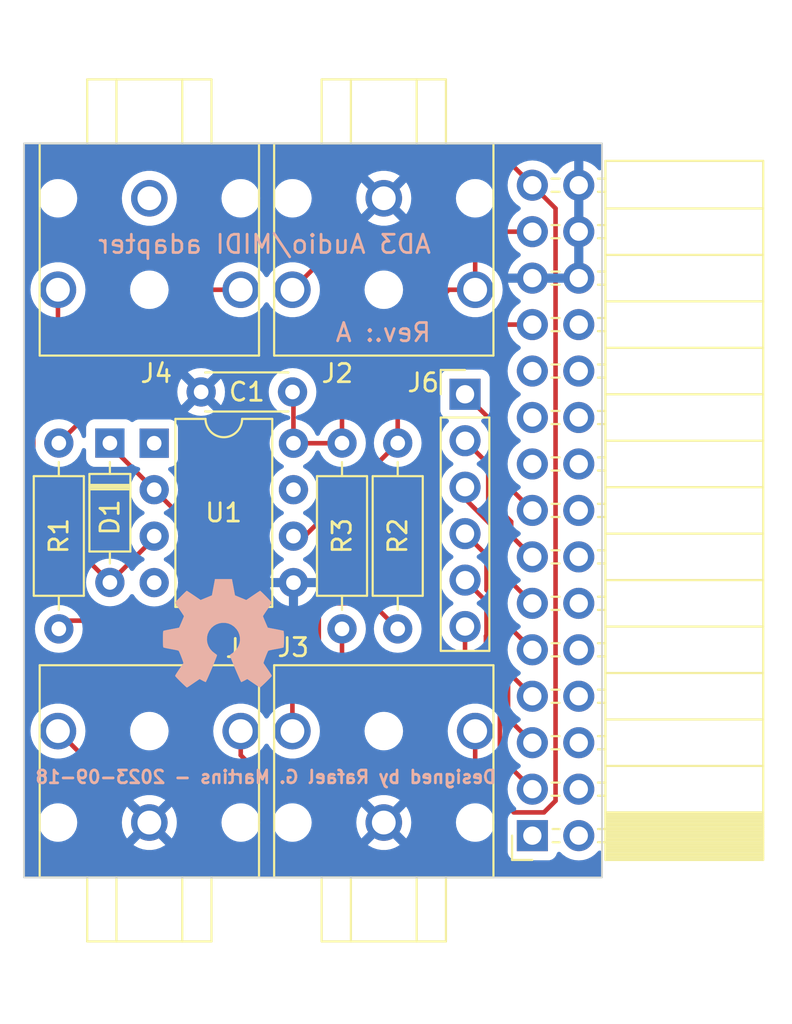
<source format=kicad_pcb>
(kicad_pcb (version 20221018) (generator pcbnew)
  (title_block (title "ad3-audio-midi-adapter") (date "2023-09-18") (rev "A"))
  (layers (0 "F.Cu" signal) (31 "B.Cu" signal) (34 "B.Paste" user) (35 "F.Paste" user) (36 "B.SilkS" user "B.Silkscreen") (37 "F.SilkS" user "F.Silkscreen") (38 "B.Mask" user) (39 "F.Mask" user) (44 "Edge.Cuts" user))
  (net 0 "")
  (net 3 "IN6")
  (net 5 "IN5")
  (net 7 "IN4")
  (net 15 "GND")
  (net 19 "AUDIO2")
  (net 20 "AUDIO1")
  (net 23 "VCC")
  (net 24 "Net-(D1-K)")
  (net 25 "Net-(D1-A)")
  (net 26 "Net-(J5-PadR)")
  (net 29 "IN3")
  (net 30 "MIDI")
  (net 31 "Net-(J4-PadR)")
  (net 33 "Net-(J5-PadT)")
  (net 34 "IN2")
  (net 35 "IN1")
  (footprint "Capacitor_THT:C_Disc_D4.3mm_W1.9mm_P5.00mm" (layer "F.Cu") (at 177.633 91.948 180)
    (fp_text reference "C1" (at 2.5 0) (layer "F.SilkS"))
    (fp_text value "100n")
    (fp_line (start 0.23 -1.07) (end 0.23 -1.055) (stroke (width 0.12)) (layer "F.SilkS"))
    (fp_line (start 0.23 -1.07) (end 4.77 -1.07) (stroke (width 0.12)) (layer "F.SilkS"))
    (fp_line (start 0.23 1.055) (end 0.23 1.07) (stroke (width 0.12)) (layer "F.SilkS"))
    (fp_line (start 0.23 1.07) (end 4.77 1.07) (stroke (width 0.12)) (layer "F.SilkS"))
    (fp_line (start 4.77 -1.07) (end 4.77 -1.055) (stroke (width 0.12)) (layer "F.SilkS"))
    (fp_line (start 4.77 1.055) (end 4.77 1.07) (stroke (width 0.12)) (layer "F.SilkS"))
    (pad "1" thru_hole circle (at 0 0 180) (size 1.6 1.6) (drill 0.8) (layers "*.Cu" "*.Mask") (net 23 "VCC"))
    (pad "2" thru_hole circle (at 5 0 180) (size 1.6 1.6) (drill 0.8) (layers "*.Cu" "*.Mask") (net 15 "GND"))
  )
  (footprint "STX-3120-3B:Jack_3.5mm_STX-3120-3B_Horizontal" (layer "F.Cu") (at 182.626 115.49)
    (fp_text reference "J3" (at -4.953 -9.572) (layer "F.SilkS"))
    (fp_text value "AudioJack3")
    (fp_line (start -6 -8.6) (end 6 -8.6) (stroke (width 0.12)) (layer "F.SilkS"))
    (fp_line (start -6 3) (end -6 -8.6) (stroke (width 0.12)) (layer "F.SilkS"))
    (fp_line (start -3.4 6.5) (end -3.4 3) (stroke (width 0.12)) (layer "F.SilkS"))
    (fp_line (start -1.8 3) (end -1.8 6.5) (stroke (width 0.12)) (layer "F.SilkS"))
    (fp_line (start 1.8 6.5) (end 1.8 3) (stroke (width 0.12)) (layer "F.SilkS"))
    (fp_line (start 3.4 3) (end 3.4 6.5) (stroke (width 0.12)) (layer "F.SilkS"))
    (fp_line (start 3.4 6.5) (end -3.4 6.5) (stroke (width 0.12)) (layer "F.SilkS"))
    (fp_line (start 6 -8.6) (end 6 3) (stroke (width 0.12)) (layer "F.SilkS"))
    (fp_line (start 6 3) (end -6 3) (stroke (width 0.12)) (layer "F.SilkS"))
    (pad "" np_thru_hole circle (at -5 0) (size 1.6 1.6) (drill 1.6) (layers "F&B.Cu" "*.Mask"))
    (pad "" np_thru_hole circle (at 0 -5) (size 1.6 1.6) (drill 1.6) (layers "F&B.Cu" "*.Mask"))
    (pad "" np_thru_hole circle (at 5 0) (size 1.6 1.6) (drill 1.6) (layers "F&B.Cu" "*.Mask"))
    (pad "R" thru_hole circle (at -5 -5) (size 2 2) (drill 1.3) (layers "*.Cu" "*.Mask") (net 19 "AUDIO2"))
    (pad "S" thru_hole circle (at 0 0) (size 2 2) (drill 1.3) (layers "*.Cu" "*.Mask") (net 15 "GND"))
    (pad "T" thru_hole circle (at 5 -5 180) (size 2 2) (drill 1.3) (layers "*.Cu" "*.Mask") (net 20 "AUDIO1"))
  )
  (footprint "STX-3120-3B:Jack_3.5mm_STX-3120-3B_Horizontal" (layer "F.Cu") (at 182.626 81.36 180)
    (fp_text reference "J2" (at 2.54 -9.572) (layer "F.SilkS"))
    (fp_text value "AudioJack3")
    (fp_line (start -6 -8.6) (end 6 -8.6) (stroke (width 0.12)) (layer "F.SilkS"))
    (fp_line (start -6 3) (end -6 -8.6) (stroke (width 0.12)) (layer "F.SilkS"))
    (fp_line (start -3.4 6.5) (end -3.4 3) (stroke (width 0.12)) (layer "F.SilkS"))
    (fp_line (start -1.8 3) (end -1.8 6.5) (stroke (width 0.12)) (layer "F.SilkS"))
    (fp_line (start 1.8 6.5) (end 1.8 3) (stroke (width 0.12)) (layer "F.SilkS"))
    (fp_line (start 3.4 3) (end 3.4 6.5) (stroke (width 0.12)) (layer "F.SilkS"))
    (fp_line (start 3.4 6.5) (end -3.4 6.5) (stroke (width 0.12)) (layer "F.SilkS"))
    (fp_line (start 6 -8.6) (end 6 3) (stroke (width 0.12)) (layer "F.SilkS"))
    (fp_line (start 6 3) (end -6 3) (stroke (width 0.12)) (layer "F.SilkS"))
    (pad "" np_thru_hole circle (at -5 0 180) (size 1.6 1.6) (drill 1.6) (layers "F&B.Cu" "*.Mask"))
    (pad "" np_thru_hole circle (at 0 -5 180) (size 1.6 1.6) (drill 1.6) (layers "F&B.Cu" "*.Mask"))
    (pad "" np_thru_hole circle (at 5 0 180) (size 1.6 1.6) (drill 1.6) (layers "F&B.Cu" "*.Mask"))
    (pad "R" thru_hole circle (at -5 -5 180) (size 2 2) (drill 1.3) (layers "*.Cu" "*.Mask") (net 19 "AUDIO2"))
    (pad "S" thru_hole circle (at 0 0 180) (size 2 2) (drill 1.3) (layers "*.Cu" "*.Mask") (net 15 "GND"))
    (pad "T" thru_hole circle (at 5 -5) (size 2 2) (drill 1.3) (layers "*.Cu" "*.Mask") (net 20 "AUDIO1"))
  )
  (footprint "Resistor_THT:R_Axial_DIN0207_L6.3mm_D2.5mm_P10.16mm_Horizontal" (layer "F.Cu") (at 180.34 94.742 -90)
    (fp_text reference "R3" (at 5.08 0 90) (layer "F.SilkS"))
    (fp_text value "33R")
    (fp_line (start 1.04 0) (end 1.81 0) (stroke (width 0.12)) (layer "F.SilkS"))
    (fp_line (start 1.81 -1.37) (end 1.81 1.37) (stroke (width 0.12)) (layer "F.SilkS"))
    (fp_line (start 1.81 1.37) (end 8.35 1.37) (stroke (width 0.12)) (layer "F.SilkS"))
    (fp_line (start 8.35 -1.37) (end 1.81 -1.37) (stroke (width 0.12)) (layer "F.SilkS"))
    (fp_line (start 8.35 1.37) (end 8.35 -1.37) (stroke (width 0.12)) (layer "F.SilkS"))
    (fp_line (start 9.12 0) (end 8.35 0) (stroke (width 0.12)) (layer "F.SilkS"))
    (pad "1" thru_hole circle (at 0 0 270) (size 1.6 1.6) (drill 0.8) (layers "*.Cu" "*.Mask") (net 23 "VCC"))
    (pad "2" thru_hole oval (at 10.16 0 270) (size 1.6 1.6) (drill 0.8) (layers "*.Cu" "*.Mask") (net 26 "Net-(J5-PadR)"))
  )
  (footprint "STX-3120-3B:Jack_3.5mm_STX-3120-3B_Horizontal" (layer "F.Cu") (at 169.799 115.49)
    (fp_text reference "J5" (at 5.033 -9.525) (layer "F.SilkS"))
    (fp_text value "AudioJack3")
    (fp_line (start -6 -8.6) (end 6 -8.6) (stroke (width 0.12)) (layer "F.SilkS"))
    (fp_line (start -6 3) (end -6 -8.6) (stroke (width 0.12)) (layer "F.SilkS"))
    (fp_line (start -3.4 6.5) (end -3.4 3) (stroke (width 0.12)) (layer "F.SilkS"))
    (fp_line (start -1.8 3) (end -1.8 6.5) (stroke (width 0.12)) (layer "F.SilkS"))
    (fp_line (start 1.8 6.5) (end 1.8 3) (stroke (width 0.12)) (layer "F.SilkS"))
    (fp_line (start 3.4 3) (end 3.4 6.5) (stroke (width 0.12)) (layer "F.SilkS"))
    (fp_line (start 3.4 6.5) (end -3.4 6.5) (stroke (width 0.12)) (layer "F.SilkS"))
    (fp_line (start 6 -8.6) (end 6 3) (stroke (width 0.12)) (layer "F.SilkS"))
    (fp_line (start 6 3) (end -6 3) (stroke (width 0.12)) (layer "F.SilkS"))
    (pad "" np_thru_hole circle (at -5 0) (size 1.6 1.6) (drill 1.6) (layers "F&B.Cu" "*.Mask"))
    (pad "" np_thru_hole circle (at 0 -5) (size 1.6 1.6) (drill 1.6) (layers "F&B.Cu" "*.Mask"))
    (pad "" np_thru_hole circle (at 5 0) (size 1.6 1.6) (drill 1.6) (layers "F&B.Cu" "*.Mask"))
    (pad "R" thru_hole circle (at -5 -5) (size 2 2) (drill 1.3) (layers "*.Cu" "*.Mask") (net 26 "Net-(J5-PadR)"))
    (pad "S" thru_hole circle (at 0 0) (size 2 2) (drill 1.3) (layers "*.Cu" "*.Mask") (net 15 "GND"))
    (pad "T" thru_hole circle (at 5 -5 180) (size 2 2) (drill 1.3) (layers "*.Cu" "*.Mask") (net 33 "Net-(J5-PadT)"))
  )
  (footprint "Package_DIP:DIP-8_W7.62mm" (layer "F.Cu") (at 170.063 94.752)
    (fp_text reference "U1" (at 3.8 3.8) (layer "F.SilkS"))
    (fp_text value "6N137")
    (fp_line (start 1.16 -1.33) (end 1.16 8.95) (stroke (width 0.12)) (layer "F.SilkS"))
    (fp_line (start 1.16 8.95) (end 6.46 8.95) (stroke (width 0.12)) (layer "F.SilkS"))
    (fp_line (start 2.81 -1.33) (end 1.16 -1.33) (stroke (width 0.12)) (layer "F.SilkS"))
    (fp_line (start 6.46 -1.33) (end 4.81 -1.33) (stroke (width 0.12)) (layer "F.SilkS"))
    (fp_line (start 6.46 8.95) (end 6.46 -1.33) (stroke (width 0.12)) (layer "F.SilkS"))
    (fp_arc (start 4.81 -1.33) (mid 3.81 -0.33) (end 2.81 -1.33) (stroke (width 0.12)) (layer "F.SilkS"))
    (pad "1" thru_hole rect (at 0 0) (size 1.6 1.6) (drill 0.8) (layers "*.Cu" "*.Mask"))
    (pad "2" thru_hole oval (at 0 2.54) (size 1.6 1.6) (drill 0.8) (layers "*.Cu" "*.Mask") (net 24 "Net-(D1-K)"))
    (pad "3" thru_hole oval (at 0 5.08) (size 1.6 1.6) (drill 0.8) (layers "*.Cu" "*.Mask") (net 25 "Net-(D1-A)"))
    (pad "4" thru_hole oval (at 0 7.62) (size 1.6 1.6) (drill 0.8) (layers "*.Cu" "*.Mask"))
    (pad "5" thru_hole oval (at 7.62 7.62) (size 1.6 1.6) (drill 0.8) (layers "*.Cu" "*.Mask") (net 15 "GND"))
    (pad "6" thru_hole oval (at 7.62 5.08) (size 1.6 1.6) (drill 0.8) (layers "*.Cu" "*.Mask") (net 30 "MIDI"))
    (pad "7" thru_hole oval (at 7.62 2.54) (size 1.6 1.6) (drill 0.8) (layers "*.Cu" "*.Mask"))
    (pad "8" thru_hole oval (at 7.62 0) (size 1.6 1.6) (drill 0.8) (layers "*.Cu" "*.Mask") (net 23 "VCC"))
  )
  (footprint "STX-3120-3B:Jack_3.5mm_STX-3120-3B_Horizontal" (layer "F.Cu") (at 169.799 81.36 180)
    (fp_text reference "J4" (at -0.381 -9.572) (layer "F.SilkS"))
    (fp_text value "AudioJack3")
    (fp_line (start -6 -8.6) (end 6 -8.6) (stroke (width 0.12)) (layer "F.SilkS"))
    (fp_line (start -6 3) (end -6 -8.6) (stroke (width 0.12)) (layer "F.SilkS"))
    (fp_line (start -3.4 6.5) (end -3.4 3) (stroke (width 0.12)) (layer "F.SilkS"))
    (fp_line (start -1.8 3) (end -1.8 6.5) (stroke (width 0.12)) (layer "F.SilkS"))
    (fp_line (start 1.8 6.5) (end 1.8 3) (stroke (width 0.12)) (layer "F.SilkS"))
    (fp_line (start 3.4 3) (end 3.4 6.5) (stroke (width 0.12)) (layer "F.SilkS"))
    (fp_line (start 3.4 6.5) (end -3.4 6.5) (stroke (width 0.12)) (layer "F.SilkS"))
    (fp_line (start 6 -8.6) (end 6 3) (stroke (width 0.12)) (layer "F.SilkS"))
    (fp_line (start 6 3) (end -6 3) (stroke (width 0.12)) (layer "F.SilkS"))
    (pad "" np_thru_hole circle (at -5 0 180) (size 1.6 1.6) (drill 1.6) (layers "F&B.Cu" "*.Mask"))
    (pad "" np_thru_hole circle (at 0 -5 180) (size 1.6 1.6) (drill 1.6) (layers "F&B.Cu" "*.Mask"))
    (pad "" np_thru_hole circle (at 5 0 180) (size 1.6 1.6) (drill 1.6) (layers "F&B.Cu" "*.Mask"))
    (pad "R" thru_hole circle (at -5 -5 180) (size 2 2) (drill 1.3) (layers "*.Cu" "*.Mask") (net 31 "Net-(J4-PadR)"))
    (pad "S" thru_hole circle (at 0 0 180) (size 2 2) (drill 1.3) (layers "*.Cu" "*.Mask"))
    (pad "T" thru_hole circle (at 5 -5) (size 2 2) (drill 1.3) (layers "*.Cu" "*.Mask") (net 25 "Net-(D1-A)"))
  )
  (footprint "Connector_PinSocket_2.54mm:PinSocket_2x15_P2.54mm_Horizontal" (layer "F.Cu") (at 190.754 116.205 180)
    (fp_text reference "J1" hide)
    (fp_text value "Conn_02x15_Odd_Even")
    (fp_line (start -12.63 -1.33) (end -12.63 36.89) (stroke (width 0.12)) (layer "F.SilkS"))
    (fp_line (start -12.63 -1.33) (end -4 -1.33) (stroke (width 0.12)) (layer "F.SilkS"))
    (fp_line (start -12.63 -1.21) (end -4 -1.21) (stroke (width 0.12)) (layer "F.SilkS"))
    (fp_line (start -12.63 -1.091905) (end -4 -1.091905) (stroke (width 0.12)) (layer "F.SilkS"))
    (fp_line (start -12.63 -0.97381) (end -4 -0.97381) (stroke (width 0.12)) (layer "F.SilkS"))
    (fp_line (start -12.63 -0.855715) (end -4 -0.855715) (stroke (width 0.12)) (layer "F.SilkS"))
    (fp_line (start -12.63 -0.73762) (end -4 -0.73762) (stroke (width 0.12)) (layer "F.SilkS"))
    (fp_line (start -12.63 -0.619525) (end -4 -0.619525) (stroke (width 0.12)) (layer "F.SilkS"))
    (fp_line (start -12.63 -0.50143) (end -4 -0.50143) (stroke (width 0.12)) (layer "F.SilkS"))
    (fp_line (start -12.63 -0.383335) (end -4 -0.383335) (stroke (width 0.12)) (layer "F.SilkS"))
    (fp_line (start -12.63 -0.26524) (end -4 -0.26524) (stroke (width 0.12)) (layer "F.SilkS"))
    (fp_line (start -12.63 -0.147145) (end -4 -0.147145) (stroke (width 0.12)) (layer "F.SilkS"))
    (fp_line (start -12.63 -0.02905) (end -4 -0.02905) (stroke (width 0.12)) (layer "F.SilkS"))
    (fp_line (start -12.63 0.089045) (end -4 0.089045) (stroke (width 0.12)) (layer "F.SilkS"))
    (fp_line (start -12.63 0.20714) (end -4 0.20714) (stroke (width 0.12)) (layer "F.SilkS"))
    (fp_line (start -12.63 0.325235) (end -4 0.325235) (stroke (width 0.12)) (layer "F.SilkS"))
    (fp_line (start -12.63 0.44333) (end -4 0.44333) (stroke (width 0.12)) (layer "F.SilkS"))
    (fp_line (start -12.63 0.561425) (end -4 0.561425) (stroke (width 0.12)) (layer "F.SilkS"))
    (fp_line (start -12.63 0.67952) (end -4 0.67952) (stroke (width 0.12)) (layer "F.SilkS"))
    (fp_line (start -12.63 0.797615) (end -4 0.797615) (stroke (width 0.12)) (layer "F.SilkS"))
    (fp_line (start -12.63 0.91571) (end -4 0.91571) (stroke (width 0.12)) (layer "F.SilkS"))
    (fp_line (start -12.63 1.033805) (end -4 1.033805) (stroke (width 0.12)) (layer "F.SilkS"))
    (fp_line (start -12.63 1.1519) (end -4 1.1519) (stroke (width 0.12)) (layer "F.SilkS"))
    (fp_line (start -12.63 1.27) (end -4 1.27) (stroke (width 0.12)) (layer "F.SilkS"))
    (fp_line (start -12.63 3.81) (end -4 3.81) (stroke (width 0.12)) (layer "F.SilkS"))
    (fp_line (start -12.63 6.35) (end -4 6.35) (stroke (width 0.12)) (layer "F.SilkS"))
    (fp_line (start -12.63 8.89) (end -4 8.89) (stroke (width 0.12)) (layer "F.SilkS"))
    (fp_line (start -12.63 11.43) (end -4 11.43) (stroke (width 0.12)) (layer "F.SilkS"))
    (fp_line (start -12.63 13.97) (end -4 13.97) (stroke (width 0.12)) (layer "F.SilkS"))
    (fp_line (start -12.63 16.51) (end -4 16.51) (stroke (width 0.12)) (layer "F.SilkS"))
    (fp_line (start -12.63 19.05) (end -4 19.05) (stroke (width 0.12)) (layer "F.SilkS"))
    (fp_line (start -12.63 21.59) (end -4 21.59) (stroke (width 0.12)) (layer "F.SilkS"))
    (fp_line (start -12.63 24.13) (end -4 24.13) (stroke (width 0.12)) (layer "F.SilkS"))
    (fp_line (start -12.63 26.67) (end -4 26.67) (stroke (width 0.12)) (layer "F.SilkS"))
    (fp_line (start -12.63 29.21) (end -4 29.21) (stroke (width 0.12)) (layer "F.SilkS"))
    (fp_line (start -12.63 31.75) (end -4 31.75) (stroke (width 0.12)) (layer "F.SilkS"))
    (fp_line (start -12.63 34.29) (end -4 34.29) (stroke (width 0.12)) (layer "F.SilkS"))
    (fp_line (start -12.63 36.89) (end -4 36.89) (stroke (width 0.12)) (layer "F.SilkS"))
    (fp_line (start -4 -1.33) (end -4 36.89) (stroke (width 0.12)) (layer "F.SilkS"))
    (fp_line (start -4 -0.36) (end -3.59 -0.36) (stroke (width 0.12)) (layer "F.SilkS"))
    (fp_line (start -4 0.36) (end -3.59 0.36) (stroke (width 0.12)) (layer "F.SilkS"))
    (fp_line (start -4 2.18) (end -3.59 2.18) (stroke (width 0.12)) (layer "F.SilkS"))
    (fp_line (start -4 2.9) (end -3.59 2.9) (stroke (width 0.12)) (layer "F.SilkS"))
    (fp_line (start -4 4.72) (end -3.59 4.72) (stroke (width 0.12)) (layer "F.SilkS"))
    (fp_line (start -4 5.44) (end -3.59 5.44) (stroke (width 0.12)) (layer "F.SilkS"))
    (fp_line (start -4 7.26) (end -3.59 7.26) (stroke (width 0.12)) (layer "F.SilkS"))
    (fp_line (start -4 7.98) (end -3.59 7.98) (stroke (width 0.12)) (layer "F.SilkS"))
    (fp_line (start -4 9.8) (end -3.59 9.8) (stroke (width 0.12)) (layer "F.SilkS"))
    (fp_line (start -4 10.52) (end -3.59 10.52) (stroke (width 0.12)) (layer "F.SilkS"))
    (fp_line (start -4 12.34) (end -3.59 12.34) (stroke (width 0.12)) (layer "F.SilkS"))
    (fp_line (start -4 13.06) (end -3.59 13.06) (stroke (width 0.12)) (layer "F.SilkS"))
    (fp_line (start -4 14.88) (end -3.59 14.88) (stroke (width 0.12)) (layer "F.SilkS"))
    (fp_line (start -4 15.6) (end -3.59 15.6) (stroke (width 0.12)) (layer "F.SilkS"))
    (fp_line (start -4 17.42) (end -3.59 17.42) (stroke (width 0.12)) (layer "F.SilkS"))
    (fp_line (start -4 18.14) (end -3.59 18.14) (stroke (width 0.12)) (layer "F.SilkS"))
    (fp_line (start -4 19.96) (end -3.59 19.96) (stroke (width 0.12)) (layer "F.SilkS"))
    (fp_line (start -4 20.68) (end -3.59 20.68) (stroke (width 0.12)) (layer "F.SilkS"))
    (fp_line (start -4 22.5) (end -3.59 22.5) (stroke (width 0.12)) (layer "F.SilkS"))
    (fp_line (start -4 23.22) (end -3.59 23.22) (stroke (width 0.12)) (layer "F.SilkS"))
    (fp_line (start -4 25.04) (end -3.59 25.04) (stroke (width 0.12)) (layer "F.SilkS"))
    (fp_line (start -4 25.76) (end -3.59 25.76) (stroke (width 0.12)) (layer "F.SilkS"))
    (fp_line (start -4 27.58) (end -3.59 27.58) (stroke (width 0.12)) (layer "F.SilkS"))
    (fp_line (start -4 28.3) (end -3.59 28.3) (stroke (width 0.12)) (layer "F.SilkS"))
    (fp_line (start -4 30.12) (end -3.59 30.12) (stroke (width 0.12)) (layer "F.SilkS"))
    (fp_line (start -4 30.84) (end -3.59 30.84) (stroke (width 0.12)) (layer "F.SilkS"))
    (fp_line (start -4 32.66) (end -3.59 32.66) (stroke (width 0.12)) (layer "F.SilkS"))
    (fp_line (start -4 33.38) (end -3.59 33.38) (stroke (width 0.12)) (layer "F.SilkS"))
    (fp_line (start -4 35.2) (end -3.59 35.2) (stroke (width 0.12)) (layer "F.SilkS"))
    (fp_line (start -4 35.92) (end -3.59 35.92) (stroke (width 0.12)) (layer "F.SilkS"))
    (fp_line (start -1.49 -0.36) (end -1.11 -0.36) (stroke (width 0.12)) (layer "F.SilkS"))
    (fp_line (start -1.49 0.36) (end -1.11 0.36) (stroke (width 0.12)) (layer "F.SilkS"))
    (fp_line (start -1.49 2.18) (end -1.05 2.18) (stroke (width 0.12)) (layer "F.SilkS"))
    (fp_line (start -1.49 2.9) (end -1.05 2.9) (stroke (width 0.12)) (layer "F.SilkS"))
    (fp_line (start -1.49 4.72) (end -1.05 4.72) (stroke (width 0.12)) (layer "F.SilkS"))
    (fp_line (start -1.49 5.44) (end -1.05 5.44) (stroke (width 0.12)) (layer "F.SilkS"))
    (fp_line (start -1.49 7.26) (end -1.05 7.26) (stroke (width 0.12)) (layer "F.SilkS"))
    (fp_line (start -1.49 7.98) (end -1.05 7.98) (stroke (width 0.12)) (layer "F.SilkS"))
    (fp_line (start -1.49 9.8) (end -1.05 9.8) (stroke (width 0.12)) (layer "F.SilkS"))
    (fp_line (start -1.49 10.52) (end -1.05 10.52) (stroke (width 0.12)) (layer "F.SilkS"))
    (fp_line (start -1.49 12.34) (end -1.05 12.34) (stroke (width 0.12)) (layer "F.SilkS"))
    (fp_line (start -1.49 13.06) (end -1.05 13.06) (stroke (width 0.12)) (layer "F.SilkS"))
    (fp_line (start -1.49 14.88) (end -1.05 14.88) (stroke (width 0.12)) (layer "F.SilkS"))
    (fp_line (start -1.49 15.6) (end -1.05 15.6) (stroke (width 0.12)) (layer "F.SilkS"))
    (fp_line (start -1.49 17.42) (end -1.05 17.42) (stroke (width 0.12)) (layer "F.SilkS"))
    (fp_line (start -1.49 18.14) (end -1.05 18.14) (stroke (width 0.12)) (layer "F.SilkS"))
    (fp_line (start -1.49 19.96) (end -1.05 19.96) (stroke (width 0.12)) (layer "F.SilkS"))
    (fp_line (start -1.49 20.68) (end -1.05 20.68) (stroke (width 0.12)) (layer "F.SilkS"))
    (fp_line (start -1.49 22.5) (end -1.05 22.5) (stroke (width 0.12)) (layer "F.SilkS"))
    (fp_line (start -1.49 23.22) (end -1.05 23.22) (stroke (width 0.12)) (layer "F.SilkS"))
    (fp_line (start -1.49 25.04) (end -1.05 25.04) (stroke (width 0.12)) (layer "F.SilkS"))
    (fp_line (start -1.49 25.76) (end -1.05 25.76) (stroke (width 0.12)) (layer "F.SilkS"))
    (fp_line (start -1.49 27.58) (end -1.05 27.58) (stroke (width 0.12)) (layer "F.SilkS"))
    (fp_line (start -1.49 28.3) (end -1.05 28.3) (stroke (width 0.12)) (layer "F.SilkS"))
    (fp_line (start -1.49 30.12) (end -1.05 30.12) (stroke (width 0.12)) (layer "F.SilkS"))
    (fp_line (start -1.49 30.84) (end -1.05 30.84) (stroke (width 0.12)) (layer "F.SilkS"))
    (fp_line (start -1.49 32.66) (end -1.05 32.66) (stroke (width 0.12)) (layer "F.SilkS"))
    (fp_line (start -1.49 33.38) (end -1.05 33.38) (stroke (width 0.12)) (layer "F.SilkS"))
    (fp_line (start -1.49 35.2) (end -1.05 35.2) (stroke (width 0.12)) (layer "F.SilkS"))
    (fp_line (start -1.49 35.92) (end -1.05 35.92) (stroke (width 0.12)) (layer "F.SilkS"))
    (fp_line (start 0 -1.33) (end 1.11 -1.33) (stroke (width 0.12)) (layer "F.SilkS"))
    (fp_line (start 1.11 -1.33) (end 1.11 0) (stroke (width 0.12)) (layer "F.SilkS"))
    (pad "1" thru_hole rect (at 0 0 180) (size 1.7 1.7) (drill 1) (layers "*.Cu" "*.Mask"))
    (pad "2" thru_hole oval (at -2.54 0 180) (size 1.7 1.7) (drill 1) (layers "*.Cu" "*.Mask"))
    (pad "3" thru_hole oval (at 0 2.54 180) (size 1.7 1.7) (drill 1) (layers "*.Cu" "*.Mask") (net 3 "IN6"))
    (pad "4" thru_hole oval (at -2.54 2.54 180) (size 1.7 1.7) (drill 1) (layers "*.Cu" "*.Mask"))
    (pad "5" thru_hole oval (at 0 5.08 180) (size 1.7 1.7) (drill 1) (layers "*.Cu" "*.Mask") (net 5 "IN5"))
    (pad "6" thru_hole oval (at -2.54 5.08 180) (size 1.7 1.7) (drill 1) (layers "*.Cu" "*.Mask"))
    (pad "7" thru_hole oval (at 0 7.62 180) (size 1.7 1.7) (drill 1) (layers "*.Cu" "*.Mask") (net 7 "IN4"))
    (pad "8" thru_hole oval (at -2.54 7.62 180) (size 1.7 1.7) (drill 1) (layers "*.Cu" "*.Mask"))
    (pad "9" thru_hole oval (at 0 10.16 180) (size 1.7 1.7) (drill 1) (layers "*.Cu" "*.Mask") (net 29 "IN3"))
    (pad "10" thru_hole oval (at -2.54 10.16 180) (size 1.7 1.7) (drill 1) (layers "*.Cu" "*.Mask"))
    (pad "11" thru_hole oval (at 0 12.7 180) (size 1.7 1.7) (drill 1) (layers "*.Cu" "*.Mask") (net 34 "IN2"))
    (pad "12" thru_hole oval (at -2.54 12.7 180) (size 1.7 1.7) (drill 1) (layers "*.Cu" "*.Mask"))
    (pad "13" thru_hole oval (at 0 15.24 180) (size 1.7 1.7) (drill 1) (layers "*.Cu" "*.Mask") (net 35 "IN1"))
    (pad "14" thru_hole oval (at -2.54 15.24 180) (size 1.7 1.7) (drill 1) (layers "*.Cu" "*.Mask"))
    (pad "15" thru_hole oval (at 0 17.78 180) (size 1.7 1.7) (drill 1) (layers "*.Cu" "*.Mask") (net 30 "MIDI"))
    (pad "16" thru_hole oval (at -2.54 17.78 180) (size 1.7 1.7) (drill 1) (layers "*.Cu" "*.Mask"))
    (pad "17" thru_hole oval (at 0 20.32 180) (size 1.7 1.7) (drill 1) (layers "*.Cu" "*.Mask"))
    (pad "18" thru_hole oval (at -2.54 20.32 180) (size 1.7 1.7) (drill 1) (layers "*.Cu" "*.Mask"))
    (pad "19" thru_hole oval (at 0 22.86 180) (size 1.7 1.7) (drill 1) (layers "*.Cu" "*.Mask"))
    (pad "20" thru_hole oval (at -2.54 22.86 180) (size 1.7 1.7) (drill 1) (layers "*.Cu" "*.Mask"))
    (pad "21" thru_hole oval (at 0 25.4 180) (size 1.7 1.7) (drill 1) (layers "*.Cu" "*.Mask"))
    (pad "22" thru_hole oval (at -2.54 25.4 180) (size 1.7 1.7) (drill 1) (layers "*.Cu" "*.Mask"))
    (pad "23" thru_hole oval (at 0 27.94 180) (size 1.7 1.7) (drill 1) (layers "*.Cu" "*.Mask") (net 23 "VCC"))
    (pad "24" thru_hole oval (at -2.54 27.94 180) (size 1.7 1.7) (drill 1) (layers "*.Cu" "*.Mask"))
    (pad "25" thru_hole oval (at 0 30.48 180) (size 1.7 1.7) (drill 1) (layers "*.Cu" "*.Mask") (net 15 "GND"))
    (pad "26" thru_hole oval (at -2.54 30.48 180) (size 1.7 1.7) (drill 1) (layers "*.Cu" "*.Mask") (net 15 "GND"))
    (pad "27" thru_hole oval (at 0 33.02 180) (size 1.7 1.7) (drill 1) (layers "*.Cu" "*.Mask") (net 19 "AUDIO2"))
    (pad "28" thru_hole oval (at -2.54 33.02 180) (size 1.7 1.7) (drill 1) (layers "*.Cu" "*.Mask") (net 15 "GND"))
    (pad "29" thru_hole oval (at 0 35.56 180) (size 1.7 1.7) (drill 1) (layers "*.Cu" "*.Mask") (net 20 "AUDIO1"))
    (pad "30" thru_hole oval (at -2.54 35.56 180) (size 1.7 1.7) (drill 1) (layers "*.Cu" "*.Mask") (net 15 "GND"))
  )
  (footprint "Resistor_THT:R_Axial_DIN0207_L6.3mm_D2.5mm_P10.16mm_Horizontal" (layer "F.Cu") (at 164.846 94.742 -90)
    (fp_text reference "R1" (at 5.08 0 90) (layer "F.SilkS"))
    (fp_text value "220R")
    (fp_line (start 1.04 0) (end 1.81 0) (stroke (width 0.12)) (layer "F.SilkS"))
    (fp_line (start 1.81 -1.37) (end 1.81 1.37) (stroke (width 0.12)) (layer "F.SilkS"))
    (fp_line (start 1.81 1.37) (end 8.35 1.37) (stroke (width 0.12)) (layer "F.SilkS"))
    (fp_line (start 8.35 -1.37) (end 1.81 -1.37) (stroke (width 0.12)) (layer "F.SilkS"))
    (fp_line (start 8.35 1.37) (end 8.35 -1.37) (stroke (width 0.12)) (layer "F.SilkS"))
    (fp_line (start 9.12 0) (end 8.35 0) (stroke (width 0.12)) (layer "F.SilkS"))
    (pad "1" thru_hole circle (at 0 0 270) (size 1.6 1.6) (drill 0.8) (layers "*.Cu" "*.Mask") (net 31 "Net-(J4-PadR)"))
    (pad "2" thru_hole oval (at 10.16 0 270) (size 1.6 1.6) (drill 0.8) (layers "*.Cu" "*.Mask") (net 24 "Net-(D1-K)"))
  )
  (footprint "Connector_PinHeader_2.54mm:PinHeader_1x06_P2.54mm_Vertical" (layer "F.Cu") (at 187.071 92.075)
    (fp_text reference "J6" (at -2.286 -0.635) (layer "F.SilkS"))
    (fp_text value "Conn_01x02")
    (fp_line (start -1.33 -1.33) (end 0 -1.33) (stroke (width 0.12)) (layer "F.SilkS"))
    (fp_line (start -1.33 0) (end -1.33 -1.33) (stroke (width 0.12)) (layer "F.SilkS"))
    (fp_line (start -1.33 1.27) (end -1.33 14.03) (stroke (width 0.12)) (layer "F.SilkS"))
    (fp_line (start -1.33 1.27) (end 1.33 1.27) (stroke (width 0.12)) (layer "F.SilkS"))
    (fp_line (start -1.33 14.03) (end 1.33 14.03) (stroke (width 0.12)) (layer "F.SilkS"))
    (fp_line (start 1.33 1.27) (end 1.33 14.03) (stroke (width 0.12)) (layer "F.SilkS"))
    (pad "1" thru_hole rect (at 0 0) (size 1.7 1.7) (drill 1) (layers "*.Cu" "*.Mask") (net 35 "IN1"))
    (pad "2" thru_hole oval (at 0 2.54) (size 1.7 1.7) (drill 1) (layers "*.Cu" "*.Mask") (net 34 "IN2"))
    (pad "3" thru_hole oval (at 0 5.08) (size 1.7 1.7) (drill 1) (layers "*.Cu" "*.Mask") (net 29 "IN3"))
    (pad "4" thru_hole oval (at 0 7.62) (size 1.7 1.7) (drill 1) (layers "*.Cu" "*.Mask") (net 7 "IN4"))
    (pad "5" thru_hole oval (at 0 10.16) (size 1.7 1.7) (drill 1) (layers "*.Cu" "*.Mask") (net 5 "IN5"))
    (pad "6" thru_hole oval (at 0 12.7) (size 1.7 1.7) (drill 1) (layers "*.Cu" "*.Mask") (net 3 "IN6"))
  )
  (footprint "Diode_THT:D_DO-35_SOD27_P7.62mm_Horizontal" (layer "F.Cu") (at 167.64 94.742 -90)
    (fp_text reference "D1" (at 4.064 0 90) (layer "F.SilkS"))
    (fp_text value "1N4148")
    (fp_line (start 1.04 0) (end 1.69 0) (stroke (width 0.12)) (layer "F.SilkS"))
    (fp_line (start 1.69 -1.12) (end 1.69 1.12) (stroke (width 0.12)) (layer "F.SilkS"))
    (fp_line (start 1.69 1.12) (end 5.93 1.12) (stroke (width 0.12)) (layer "F.SilkS"))
    (fp_line (start 2.29 -1.12) (end 2.29 1.12) (stroke (width 0.12)) (layer "F.SilkS"))
    (fp_line (start 2.41 -1.12) (end 2.41 1.12) (stroke (width 0.12)) (layer "F.SilkS"))
    (fp_line (start 2.53 -1.12) (end 2.53 1.12) (stroke (width 0.12)) (layer "F.SilkS"))
    (fp_line (start 5.93 -1.12) (end 1.69 -1.12) (stroke (width 0.12)) (layer "F.SilkS"))
    (fp_line (start 5.93 1.12) (end 5.93 -1.12) (stroke (width 0.12)) (layer "F.SilkS"))
    (fp_line (start 6.58 0) (end 5.93 0) (stroke (width 0.12)) (layer "F.SilkS"))
    (pad "1" thru_hole rect (at 0 0 270) (size 1.6 1.6) (drill 0.8) (layers "*.Cu" "*.Mask") (net 24 "Net-(D1-K)"))
    (pad "2" thru_hole oval (at 7.62 0 270) (size 1.6 1.6) (drill 0.8) (layers "*.Cu" "*.Mask") (net 25 "Net-(D1-A)"))
  )
  (footprint "Resistor_THT:R_Axial_DIN0207_L6.3mm_D2.5mm_P10.16mm_Horizontal" (layer "F.Cu") (at 183.388 94.742 -90)
    (fp_text reference "R2" (at 5.08 0 90) (layer "F.SilkS"))
    (fp_text value "10R")
    (fp_line (start 1.04 0) (end 1.81 0) (stroke (width 0.12)) (layer "F.SilkS"))
    (fp_line (start 1.81 -1.37) (end 1.81 1.37) (stroke (width 0.12)) (layer "F.SilkS"))
    (fp_line (start 1.81 1.37) (end 8.35 1.37) (stroke (width 0.12)) (layer "F.SilkS"))
    (fp_line (start 8.35 -1.37) (end 1.81 -1.37) (stroke (width 0.12)) (layer "F.SilkS"))
    (fp_line (start 8.35 1.37) (end 8.35 -1.37) (stroke (width 0.12)) (layer "F.SilkS"))
    (fp_line (start 9.12 0) (end 8.35 0) (stroke (width 0.12)) (layer "F.SilkS"))
    (pad "1" thru_hole circle (at 0 0 270) (size 1.6 1.6) (drill 0.8) (layers "*.Cu" "*.Mask") (net 30 "MIDI"))
    (pad "2" thru_hole oval (at 10.16 0 270) (size 1.6 1.6) (drill 0.8) (layers "*.Cu" "*.Mask") (net 33 "Net-(J5-PadT)"))
  )
  (footprint "Symbol:OSHW-Symbol_6.7x6mm_SilkScreen" (layer "B.Cu") (at 173.863 105.156 180)
    (fp_text reference "REF**" hide)
    (fp_text value "OSHW-Symbol_6.7x6mm_SilkScreen" hide)
    (fp_poly (pts (xy 0.555814 2.531069) (xy 0.639635 2.086445) (xy 0.94892 1.958947) (xy 1.258206 1.831449) (xy 1.629246 2.083754) (xy 1.733157 2.154004) (xy 1.827087 2.216728) (xy 1.906652 2.269062) (xy 1.96747 2.308143) (xy 2.005157 2.331107) (xy 2.015421 2.336058) (xy 2.03391 2.323324) (xy 2.07342 2.288118) (xy 2.129522 2.234938) (xy 2.197787 2.168282) (xy 2.273786 2.092646) (xy 2.353092 2.012528) (xy 2.431275 1.932426) (xy 2.503907 1.856836) (xy 2.566559 1.790255) (xy 2.614803 1.737182) (xy 2.64421 1.702113) (xy 2.651241 1.690377) (xy 2.641123 1.66874) (xy 2.612759 1.621338) (xy 2.569129 1.552807) (xy 2.513218 1.467785) (xy 2.448006 1.370907) (xy 2.410219 1.31565) (xy 2.341343 1.214752) (xy 2.28014 1.123701) (xy 2.229578 1.04703) (xy 2.192628 0.989272) (xy 2.172258 0.954957) (xy 2.169197 0.947746) (xy 2.176136 0.927252) (xy 2.195051 0.879487) (xy 2.223087 0.811168) (xy 2.257391 0.729011) (xy 2.295109 0.63973) (xy 2.333387 0.550042) (xy 2.36937 0.466662) (xy 2.400206 0.396306) (xy 2.423039 0.34569) (xy 2.435017 0.321529) (xy 2.435724 0.320578) (xy 2.454531 0.315964) (xy 2.504618 0.305672) (xy 2.580793 0.290713) (xy 2.677865 0.272099) (xy 2.790643 0.250841) (xy 2.856442 0.238582) (xy 2.97695 0.215638) (xy 3.085797 0.193805) (xy 3.177476 0.174278) (xy 3.246481 0.158252) (xy 3.287304 0.146921) (xy 3.295511 0.143326) (xy 3.303548 0.118994) (xy 3.310033 0.064041) (xy 3.31497 -0.015108) (xy 3.318364 -0.112026) (xy 3.320218 -0.220287) (xy 3.320538 -0.333465) (xy 3.319327 -0.445135) (xy 3.31659 -0.548868) (xy 3.312331 -0.638241) (xy 3.306555 -0.706826) (xy 3.299267 -0.748197) (xy 3.294895 -0.75681) (xy 3.268764 -0.767133) (xy 3.213393 -0.781892) (xy 3.136107 -0.799352) (xy 3.04423 -0.81778) (xy 3.012158 -0.823741) (xy 2.857524 -0.852066) (xy 2.735375 -0.874876) (xy 2.641673 -0.89308) (xy 2.572384 -0.907583) (xy 2.523471 -0.919292) (xy 2.490897 -0.929115) (xy 2.470628 -0.937956) (xy 2.458626 -0.946724) (xy 2.456947 -0.948457) (xy 2.440184 -0.976371) (xy 2.414614 -1.030695) (xy 2.382788 -1.104777) (xy 2.34726 -1.191965) (xy 2.310583 -1.285608) (xy 2.275311 -1.379052) (xy 2.243996 -1.465647) (xy 2.219193 -1.53874) (xy 2.203454 -1.591678) (xy 2.199332 -1.617811) (xy 2.199676 -1.618726) (xy 2.213641 -1.640086) (xy 2.245322 -1.687084) (xy 2.291391 -1.754827) (xy 2.348518 -1.838423) (xy 2.413373 -1.932982) (xy 2.431843 -1.959854) (xy 2.497699 -2.057275) (xy 2.55565 -2.146163) (xy 2.602538 -2.221412) (xy 2.635207 -2.27792) (xy 2.6505 -2.310581) (xy 2.651241 -2.314593) (xy 2.638392 -2.335684) (xy 2.602888 -2.377464) (xy 2.549293 -2.435445) (xy 2.482171 -2.505135) (xy 2.406087 -2.582045) (xy 2.325604 -2.661683) (xy 2.245287 -2.739561) (xy 2.169699 -2.811186) (xy 2.103405 -2.87207) (xy 2.050969 -2.917721) (xy 2.016955 -2.94365) (xy 2.007545 -2.947883) (xy 1.985643 -2.937912) (xy 1.9408 -2.91102) (xy 1.880321 -2.871736) (xy 1.833789 -2.840117) (xy 1.749475 -2.782098) (xy 1.649626 -2.713784) (xy 1.549473 -2.645579) (xy 1.495627 -2.609075) (xy 1.313371 -2.4858) (xy 1.160381 -2.56852) (xy 1.090682 -2.604759) (xy 1.031414 -2.632926) (xy 0.991311 -2.648991) (xy 0.981103 -2.651226) (xy 0.968829 -2.634722) (xy 0.944613 -2.588082) (xy 0.910263 -2.515609) (xy 0.867588 -2.421606) (xy 0.818394 -2.310374) (xy 0.76449 -2.186215) (xy 0.707684 -2.053432) (xy 0.649782 -1.916327) (xy 0.592593 -1.779202) (xy 0.537924 -1.646358) (xy 0.487584 -1.522098) (xy 0.44338 -1.410725) (xy 0.407119 -1.316539) (xy 0.380609 -1.243844) (xy 0.365658 -1.196941) (xy 0.363254 -1.180833) (xy 0.382311 -1.160286) (xy 0.424036 -1.126933) (xy 0.479706 -1.087702) (xy 0.484378 -1.084599) (xy 0.628264 -0.969423) (xy 0.744283 -0.835053) (xy 0.83143 -0.685784) (xy 0.888699 -0.525913) (xy 0.915086 -0.359737) (xy 0.909585 -0.191552) (xy 0.87119 -0.025655) (xy 0.798895 0.133658) (xy 0.777626 0.168513) (xy 0.666996 0.309263) (xy 0.536302 0.422286) (xy 0.390064 0.506997) (xy 0.232808 0.562806) (xy 0.069057 0.589126) (xy -0.096667 0.58537) (xy -0.259838 0.55095) (xy -0.415935 0.485277) (xy -0.560433 0.387765) (xy -0.605131 0.348187) (xy -0.718888 0.224297) (xy -0.801782 0.093876) (xy -0.858644 -0.052315) (xy -0.890313 -0.197088) (xy -0.898131 -0.35986) (xy -0.872062 -0.52344) (xy -0.814755 -0.682298) (xy -0.728856 -0.830906) (xy -0.617014 -0.963735) (xy -0.481877 -1.075256) (xy -0.464117 -1.087011) (xy -0.40785 -1.125508) (xy -0.365077 -1.158863) (xy -0.344628 -1.18016) (xy -0.344331 -1.180833) (xy -0.348721 -1.203871) (xy -0.366124 -1.256157) (xy -0.394732 -1.33339) (xy -0.432735 -1.431268) (xy -0.478326 -1.545491) (xy -0.529697 -1.671758) (xy -0.585038 -1.805767) (xy -0.642542 -1.943218) (xy -0.700399 -2.079808) (xy -0.756802 -2.211237) (xy -0.809942 -2.333205) (xy -0.85801 -2.441409) (xy -0.899199 -2.531549) (xy -0.931699 -2.599323) (xy -0.953703 -2.64043) (xy -0.962564 -2.651226) (xy -0.98964 -2.642819) (xy -1.040303 -2.620272) (xy -1.105817 -2.587613) (xy -1.141841 -2.56852) (xy -1.294832 -2.4858) (xy -1.477088 -2.609075) (xy -1.570125 -2.672228) (xy -1.671985 -2.741727) (xy -1.767438 -2.807165) (xy -1.81525 -2.840117) (xy -1.882495 -2.885273) (xy -1.939436 -2.921057) (xy -1.978646 -2.942938) (xy -1.991381 -2.947563) (xy -2.009917 -2.935085) (xy -2.050941 -2.900252) (xy -2.110475 -2.846678) (xy -2.184542 -2.777983) (xy -2.269165 -2.697781) (xy -2.322685 -2.646286) (xy -2.416319 -2.554286) (xy -2.497241 -2.471999) (xy -2.562177 -2.402945) (xy -2.607858 -2.350644) (xy -2.631011 -2.318616) (xy -2.633232 -2.312116) (xy -2.622924 -2.287394) (xy -2.594439 -2.237405) (xy -2.550937 -2.167212) (xy -2.495577 -2.081875) (xy -2.43152 -1.986456) (xy -2.413303 -1.959854) (xy -2.346927 -1.863167) (xy -2.287378 -1.776117) (xy -2.237984 -1.703595) (xy -2.202075 -1.650493) (xy -2.182981 -1.621703) (xy -2.181136 -1.618726) (xy -2.183895 -1.595782) (xy -2.198538 -1.545336) (xy -2.222513 -1.474041) (xy -2.253266 -1.388547) (xy -2.288244 -1.295507) (xy -2.324893 -1.201574) (xy -2.360661 -1.113399) (xy -2.392994 -1.037634) (xy -2.419338 -0.980931) (xy -2.437142 -0.949943) (xy -2.438407 -0.948457) (xy -2.449294 -0.939601) (xy -2.467682 -0.930843) (xy -2.497606 -0.921277) (xy -2.543103 -0.909996) (xy -2.608209 -0.896093) (xy -2.696961 -0.878663) (xy -2.813393 -0.856798) (xy -2.961542 -0.829591) (xy -2.993618 -0.823741) (xy -3.088686 -0.805374) (xy -3.171565 -0.787405) (xy -3.23493 -0.771569) (xy -3.271458 -0.7596) (xy -3.276356 -0.75681) (xy -3.284427 -0.732072) (xy -3.290987 -0.67679) (xy -3.296033 -0.597389) (xy -3.299559 -0.500296) (xy -3.301561 -0.391938) (xy -3.302036 -0.27874) (xy -3.300977 -0.167128) (xy -3.298382 -0.063529) (xy -3.294246 0.025632) (xy -3.288563 0.093928) (xy -3.281331 0.134934) (xy -3.276971 0.143326) (xy -3.252698 0.151792) (xy -3.197426 0.165565) (xy -3.116662 0.18345) (xy -3.015912 0.204252) (xy -2.900683 0.226777) (xy -2.837902 0.238582) (xy -2.718787 0.260849) (xy -2.612565 0.281021) (xy -2.524427 0.298085) (xy -2.459566 0.311031) (xy -2.423174 0.318845) (xy -2.417184 0.320578) (xy -2.407061 0.34011) (xy -2.385662 0.387157) (xy -2.355839 0.454997) (xy -2.320445 0.536909) (xy -2.282332 0.626172) (xy -2.244353 0.716065) (xy -2.20936 0.799865) (xy -2.180206 0.870853) (xy -2.159743 0.922306) (xy -2.150823 0.947503) (xy -2.150657 0.948604) (xy -2.160769 0.968481) (xy -2.189117 1.014223) (xy -2.232723 1.081283) (xy -2.288606 1.165116) (xy -2.353787 1.261174) (xy -2.391679 1.31635) (xy -2.460725 1.417519) (xy -2.52205 1.50937) (xy -2.572663 1.587256) (xy -2.609571 1.646531) (xy -2.629782 1.682549) (xy -2.632701 1.690623) (xy -2.620153 1.709416) (xy -2.585463 1.749543) (xy -2.533063 1.806507) (xy -2.467384 1.875815) (xy -2.392856 1.952969) (xy -2.313913 2.033475) (xy -2.234983 2.112837) (xy -2.1605 2.18656) (xy -2.094894 2.250148) (xy -2.042596 2.299106) (xy -2.008039 2.328939) (xy -1.996478 2.336058) (xy -1.977654 2.326047) (xy -1.932631 2.297922) (xy -1.865787 2.254546) (xy -1.781499 2.198782) (xy -1.684144 2.133494) (xy -1.610707 2.083754) (xy -1.239667 1.831449) (xy -0.621095 2.086445) (xy -0.537275 2.531069) (xy -0.453454 2.975693) (xy 0.471994 2.975693) (xy 0.555814 2.531069)) (stroke (width 0.01)) (fill solid) (layer "B.SilkS"))
  )
  (gr_rect (start 162.941 78.359) (end 194.564 118.491) (stroke (width 0.1)) (fill none) (layer "Edge.Cuts"))
  (gr_text "Rev.: ${REVISION}" (at 185.293 89.281) (layer "B.SilkS") (effects (font (size 1 1)) (justify left bottom mirror)))
  (gr_text "Designed by Rafael G. Martins - ${ISSUE_DATE}" (at 188.849 113.411) (layer "B.SilkS") (effects (font (size 0.7 0.7)) (justify left bottom mirror)))
  (gr_text "AD3 Audio/MIDI adapter" (at 185.293 84.455) (layer "B.SilkS") (effects (font (size 1 1)) (justify left bottom mirror)))
  (segment (start 187.071 106.174792) (end 187.071 104.775) (width 0.25) (layer "F.Cu") (net 3))
  (segment (start 190.754 113.665) (end 188.976 111.887) (width 0.25) (layer "F.Cu") (net 3))
  (segment (start 188.976 108.079792) (end 187.071 106.174792) (width 0.25) (layer "F.Cu") (net 3))
  (segment (start 188.976 111.887) (end 188.976 108.079792) (width 0.25) (layer "F.Cu") (net 3))
  (segment (start 189.426 109.797) (end 189.426 107.893396) (width 0.25) (layer "F.Cu") (net 5))
  (segment (start 188.246 103.41) (end 187.071 102.235) (width 0.25) (layer "F.Cu") (net 5))
  (segment (start 190.754 111.125) (end 189.426 109.797) (width 0.25) (layer "F.Cu") (net 5))
  (segment (start 188.214 105.293701) (end 188.246 105.261701) (width 0.25) (layer "F.Cu") (net 5))
  (segment (start 189.426 107.893396) (end 188.214 106.681396) (width 0.25) (layer "F.Cu") (net 5))
  (segment (start 188.214 106.681396) (end 188.214 105.293701) (width 0.25) (layer "F.Cu") (net 5))
  (segment (start 188.246 105.261701) (end 188.246 103.41) (width 0.25) (layer "F.Cu") (net 5))
  (segment (start 188.246 100.87) (end 187.071 99.695) (width 0.25) (layer "F.Cu") (net 7))
  (segment (start 188.696 105.448097) (end 188.696 103.223604) (width 0.25) (layer "F.Cu") (net 7))
  (segment (start 188.664 106.495) (end 188.664 105.480097) (width 0.25) (layer "F.Cu") (net 7))
  (segment (start 188.246 102.773604) (end 188.246 100.87) (width 0.25) (layer "F.Cu") (net 7))
  (segment (start 188.664 105.480097) (end 188.696 105.448097) (width 0.25) (layer "F.Cu") (net 7))
  (segment (start 190.754 108.585) (end 188.664 106.495) (width 0.25) (layer "F.Cu") (net 7))
  (segment (start 188.696 103.223604) (end 188.246 102.773604) (width 0.25) (layer "F.Cu") (net 7))
  (segment (start 187.626 84.281) (end 188.722 83.185) (width 0.25) (layer "F.Cu") (net 19))
  (segment (start 182.88 89.662) (end 177.546 89.662) (width 0.25) (layer "F.Cu") (net 19))
  (segment (start 187.626 86.36) (end 186.182 86.36) (width 0.25) (layer "F.Cu") (net 19))
  (segment (start 175.641 91.567) (end 175.641 103.505) (width 0.25) (layer "F.Cu") (net 19))
  (segment (start 186.182 86.36) (end 182.88 89.662) (width 0.25) (layer "F.Cu") (net 19))
  (segment (start 177.546 89.662) (end 175.641 91.567) (width 0.25) (layer "F.Cu") (net 19))
  (segment (start 188.722 83.185) (end 190.754 83.185) (width 0.25) (layer "F.Cu") (net 19))
  (segment (start 187.626 86.36) (end 187.626 84.281) (width 0.25) (layer "F.Cu") (net 19))
  (segment (start 175.641 103.505) (end 177.626 105.49) (width 0.25) (layer "F.Cu") (net 19))
  (segment (start 177.626 105.49) (end 177.626 110.49) (width 0.25) (layer "F.Cu") (net 19))
  (segment (start 187.198 79.629) (end 182.626 84.201) (width 0.25) (layer "F.Cu") (net 20))
  (segment (start 191.389 114.935) (end 192.024 114.3) (width 0.25) (layer "F.Cu") (net 20))
  (segment (start 187.626 112.823) (end 189.738 114.935) (width 0.25) (layer "F.Cu") (net 20))
  (segment (start 189.738 79.629) (end 187.198 79.629) (width 0.25) (layer "F.Cu") (net 20))
  (segment (start 189.738 114.935) (end 191.389 114.935) (width 0.25) (layer "F.Cu") (net 20))
  (segment (start 192.024 81.915) (end 190.754 80.645) (width 0.25) (layer "F.Cu") (net 20))
  (segment (start 182.626 84.201) (end 179.785 84.201) (width 0.25) (layer "F.Cu") (net 20))
  (segment (start 192.024 114.3) (end 192.024 81.915) (width 0.25) (layer "F.Cu") (net 20))
  (segment (start 190.754 80.645) (end 189.738 79.629) (width 0.25) (layer "F.Cu") (net 20))
  (segment (start 187.626 110.49) (end 187.626 112.823) (width 0.25) (layer "F.Cu") (net 20))
  (segment (start 179.785 84.201) (end 177.626 86.36) (width 0.25) (layer "F.Cu") (net 20))
  (segment (start 177.683 94.752) (end 177.683 91.998) (width 0.25) (layer "F.Cu") (net 23))
  (segment (start 185.42 88.265) (end 190.754 88.265) (width 0.25) (layer "F.Cu") (net 23))
  (segment (start 180.34 94.742) (end 180.34 93.345) (width 0.25) (layer "F.Cu") (net 23))
  (segment (start 180.33 94.752) (end 180.34 94.742) (width 0.25) (layer "F.Cu") (net 23))
  (segment (start 180.34 93.345) (end 185.42 88.265) (width 0.25) (layer "F.Cu") (net 23))
  (segment (start 177.683 94.752) (end 180.33 94.752) (width 0.25) (layer "F.Cu") (net 23))
  (segment (start 164.846 104.902) (end 165.296 104.452) (width 0.25) (layer "F.Cu") (net 24))
  (segment (start 165.296 104.452) (end 170.757 104.452) (width 0.25) (layer "F.Cu") (net 24))
  (segment (start 172.085 103.124) (end 172.085 99.314) (width 0.25) (layer "F.Cu") (net 24))
  (segment (start 167.64 94.742) (end 167.64 94.869) (width 0.25) (layer "F.Cu") (net 24))
  (segment (start 167.64 94.869) (end 170.063 97.292) (width 0.25) (layer "F.Cu") (net 24))
  (segment (start 170.757 104.452) (end 172.085 103.124) (width 0.25) (layer "F.Cu") (net 24))
  (segment (start 172.085 99.314) (end 170.063 97.292) (width 0.25) (layer "F.Cu") (net 24))
  (segment (start 167.64 102.362) (end 163.449 98.171) (width 0.25) (layer "F.Cu") (net 25))
  (segment (start 167.64 102.362) (end 170.063 99.939) (width 0.25) (layer "F.Cu") (net 25))
  (segment (start 163.449 98.171) (end 163.449 93.726) (width 0.25) (layer "F.Cu") (net 25))
  (segment (start 163.449 93.726) (end 164.799 92.376) (width 0.25) (layer "F.Cu") (net 25))
  (segment (start 170.063 99.939) (end 170.063 99.832) (width 0.25) (layer "F.Cu") (net 25))
  (segment (start 164.799 92.376) (end 164.799 86.36) (width 0.25) (layer "F.Cu") (net 25))
  (segment (start 180.34 111.126396) (end 178.563396 112.903) (width 0.25) (layer "F.Cu") (net 26))
  (segment (start 178.563396 112.903) (end 167.212 112.903) (width 0.25) (layer "F.Cu") (net 26))
  (segment (start 180.34 104.902) (end 180.34 111.126396) (width 0.25) (layer "F.Cu") (net 26))
  (segment (start 167.212 112.903) (end 164.799 110.49) (width 0.25) (layer "F.Cu") (net 26))
  (segment (start 187.071 97.79) (end 187.071 97.155) (width 0.25) (layer "F.Cu") (net 29))
  (segment (start 190.754 106.045) (end 189.146 104.437) (width 0.25) (layer "F.Cu") (net 29))
  (segment (start 188.696 102.587208) (end 188.696 99.415) (width 0.25) (layer "F.Cu") (net 29))
  (segment (start 189.146 104.437) (end 189.146 103.037208) (width 0.25) (layer "F.Cu") (net 29))
  (segment (start 188.696 99.415) (end 187.071 97.79) (width 0.25) (layer "F.Cu") (net 29))
  (segment (start 189.146 103.037208) (end 188.696 102.587208) (width 0.25) (layer "F.Cu") (net 29))
  (segment (start 188.468 90.551) (end 184.912 90.551) (width 0.25) (layer "F.Cu") (net 30))
  (segment (start 190.754 98.425) (end 189.241 96.912) (width 0.25) (layer "F.Cu") (net 30))
  (segment (start 183.388 92.075) (end 183.388 94.742) (width 0.25) (layer "F.Cu") (net 30))
  (segment (start 178.298 99.832) (end 177.683 99.832) (width 0.25) (layer "F.Cu") (net 30))
  (segment (start 183.388 94.742) (end 178.298 99.832) (width 0.25) (layer "F.Cu") (net 30))
  (segment (start 189.241 96.912) (end 189.241 91.324) (width 0.25) (layer "F.Cu") (net 30))
  (segment (start 189.241 91.324) (end 188.468 90.551) (width 0.25) (layer "F.Cu") (net 30))
  (segment (start 184.912 90.551) (end 183.388 92.075) (width 0.25) (layer "F.Cu") (net 30))
  (segment (start 173.228 86.36) (end 164.846 94.742) (width 0.25) (layer "F.Cu") (net 31))
  (segment (start 174.799 86.36) (end 173.228 86.36) (width 0.25) (layer "F.Cu") (net 31))
  (segment (start 179.07 105.791) (end 179.07 104.14) (width 0.25) (layer "F.Cu") (net 33))
  (segment (start 179.832 106.553) (end 179.07 105.791) (width 0.25) (layer "F.Cu") (net 33))
  (segment (start 175.445 112.453) (end 178.377 112.453) (width 0.25) (layer "F.Cu") (net 33))
  (segment (start 178.377 112.453) (end 179.832 110.998) (width 0.25) (layer "F.Cu") (net 33))
  (segment (start 174.799 110.49) (end 174.799 111.807) (width 0.25) (layer "F.Cu") (net 33))
  (segment (start 179.832 110.998) (end 179.832 106.553) (width 0.25) (layer "F.Cu") (net 33))
  (segment (start 174.799 111.807) (end 175.445 112.453) (width 0.25) (layer "F.Cu") (net 33))
  (segment (start 179.705 103.505) (end 181.991 103.505) (width 0.25) (layer "F.Cu") (net 33))
  (segment (start 179.07 104.14) (end 179.705 103.505) (width 0.25) (layer "F.Cu") (net 33))
  (segment (start 181.991 103.505) (end 183.388 104.902) (width 0.25) (layer "F.Cu") (net 33))
  (segment (start 188.341 95.885) (end 187.071 94.615) (width 0.25) (layer "F.Cu") (net 34))
  (segment (start 189.146 101.897) (end 189.146 99.228604) (width 0.25) (layer "F.Cu") (net 34))
  (segment (start 188.341 98.423604) (end 188.341 95.885) (width 0.25) (layer "F.Cu") (net 34))
  (segment (start 190.754 103.505) (end 189.146 101.897) (width 0.25) (layer "F.Cu") (net 34))
  (segment (start 189.146 99.228604) (end 188.341 98.423604) (width 0.25) (layer "F.Cu") (net 34))
  (segment (start 190.754 100.965) (end 189.596 99.807) (width 0.25) (layer "F.Cu") (net 35))
  (segment (start 189.596 99.042208) (end 188.791 98.237208) (width 0.25) (layer "F.Cu") (net 35))
  (segment (start 188.791 93.795) (end 187.071 92.075) (width 0.25) (layer "F.Cu") (net 35))
  (segment (start 189.596 99.807) (end 189.596 99.042208) (width 0.25) (layer "F.Cu") (net 35))
  (segment (start 188.791 98.237208) (end 188.791 93.795) (width 0.25) (layer "F.Cu") (net 35))
  (zone (net 15) (net_name "GND") (layer "B.Cu") (connect_pads (clearance 0.5)) (min_thickness 0.25) (fill yes (thermal_gap 0.5) (thermal_bridge_width 0.5))
    (polygon (pts (xy 162.941 78.359) (xy 194.564 78.359) (xy 194.564 118.491) (xy 162.941 118.491)))
  )
)
</source>
